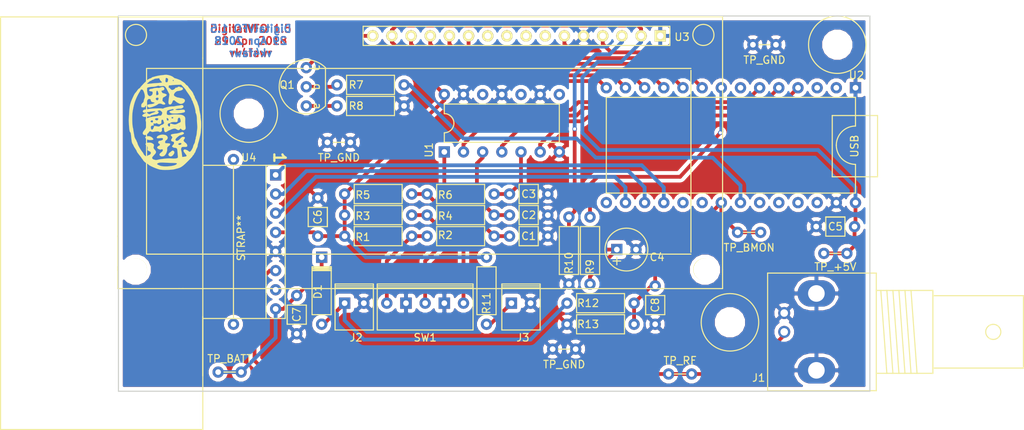
<source format=kicad_pcb>
(kicad_pcb (version 4) (host pcbnew 4.0.7)
  (title_block (title DigitalVFO) (date "26 March 2018") (rev 1.2) (comment 1 "controlling battery power.") (comment 2 "Includes optional battery connection and LED for switch"))
  (layers (0 F.Cu signal) (31 B.Cu signal) (34 B.Paste user) (35 F.Paste user) (36 B.SilkS user) (37 F.SilkS user) (38 B.Mask user) (39 F.Mask user) (44 Edge.Cuts user))
  (net 0 "")
  (net 1 "Net-(C1-Pad1)")
  (net 2 GND)
  (net 3 "Net-(C2-Pad1)")
  (net 4 "Net-(C3-Pad1)")
  (net 5 "Net-(C4-Pad1)")
  (net 6 +5V)
  (net 7 "Net-(D1-Pad2)")
  (net 8 "Net-(J3-Pad1)")
  (net 9 "Net-(Q1-Pad1)")
  (net 10 "Net-(Q1-Pad2)")
  (net 11 "Net-(Q1-Pad3)")
  (net 12 "Net-(R1-Pad2)")
  (net 13 "Net-(R3-Pad2)")
  (net 14 "Net-(R5-Pad2)")
  (net 15 "Net-(R7-Pad2)")
  (net 16 "Net-(R9-Pad2)")
  (net 17 "Net-(U1-Pad2)")
  (net 18 "Net-(U1-Pad4)")
  (net 19 "Net-(U1-Pad6)")
  (net 20 "Net-(U1-Pad8)")
  (net 21 "Net-(U1-Pad10)")
  (net 22 "Net-(U1-Pad12)")
  (net 23 "Net-(U2-Pad9)")
  (net 24 "Net-(U2-Pad10)")
  (net 25 "Net-(U2-Pad11)")
  (net 26 "Net-(U2-Pad12)")
  (net 27 "Net-(U2-Pad13)")
  (net 28 "Net-(U2-Pad14)")
  (net 29 "Net-(U2-Pad16)")
  (net 30 "Net-(U2-Pad17)")
  (net 31 "Net-(U2-Pad18)")
  (net 32 "Net-(U4-Pad7)")
  (net 33 /BMON)
  (net 34 /RF)
  (net 35 /BATT)
  (module DigitalVFO:TestPoint (layer F.Cu) (at 207.01 75.184)
    (fp_text reference TP_GND (at 0 2.032) (layer F.SilkS))
    (fp_text value TestPoint)
    (pad 1 thru_hole circle (at -1.524 0) (size 1.5 1.5) (drill 0.75) (layers *.Cu *.Mask) (net 2 GND))
    (pad 2 thru_hole circle (at 1.524 0) (size 1.5 1.5) (drill 0.75) (layers *.Cu *.Mask) (net 2 GND))
  )
  (module DigitalVFO:TestPoint (layer F.Cu) (at 150.622 88.138)
    (fp_text reference TP_GND (at 0 2.032) (layer F.SilkS))
    (fp_text value TestPoint)
    (pad 1 thru_hole circle (at -1.524 0) (size 1.5 1.5) (drill 0.75) (layers *.Cu *.Mask) (net 2 GND))
    (pad 2 thru_hole circle (at 1.524 0) (size 1.5 1.5) (drill 0.75) (layers *.Cu *.Mask) (net 2 GND))
  )
  (module DigitalVFO:Cap_SmV (layer F.Cu) (at 173.228 100.584)
    (fp_text reference C1 (at 2.54 0) (layer F.SilkS))
    (fp_text value 0.1uF)
    (pad 1 thru_hole circle (at 0 0) (size 1.5 1.5) (drill 0.75) (layers *.Cu *.Mask) (net 1 "Net-(C1-Pad1)"))
    (pad 2 thru_hole circle (at 5.08 0) (size 1.5 1.5) (drill 0.75) (layers *.Cu *.Mask) (net 2 GND))
  )
  (module DigitalVFO:Cap_SmV (layer F.Cu) (at 173.228 97.79)
    (fp_text reference C2 (at 2.54 0) (layer F.SilkS))
    (fp_text value 0.1uF)
    (pad 1 thru_hole circle (at 0 0) (size 1.5 1.5) (drill 0.75) (layers *.Cu *.Mask) (net 3 "Net-(C2-Pad1)"))
    (pad 2 thru_hole circle (at 5.08 0) (size 1.5 1.5) (drill 0.75) (layers *.Cu *.Mask) (net 2 GND))
  )
  (module DigitalVFO:Cap_SmV (layer F.Cu) (at 173.228 94.996)
    (fp_text reference C3 (at 2.54 0) (layer F.SilkS))
    (fp_text value 0.1uF)
    (pad 1 thru_hole circle (at 0 0) (size 1.5 1.5) (drill 0.75) (layers *.Cu *.Mask) (net 4 "Net-(C3-Pad1)"))
    (pad 2 thru_hole circle (at 5.08 0) (size 1.5 1.5) (drill 0.75) (layers *.Cu *.Mask) (net 2 GND))
  )
  (module DigitalVFO:Cap_SmV (layer F.Cu) (at 218.948 99.314 180)
    (fp_text reference C5 (at 2.54 0 180) (layer F.SilkS))
    (fp_text value 0.1uF)
    (pad 1 thru_hole circle (at 0 0 180) (size 1.5 1.5) (drill 0.75) (layers *.Cu *.Mask) (net 6 +5V))
    (pad 2 thru_hole circle (at 5.08 0 180) (size 1.5 1.5) (drill 0.75) (layers *.Cu *.Mask) (net 2 GND))
  )
  (module DigitalVFO:Cap_SmV (layer F.Cu) (at 147.828 100.584 90)
    (fp_text reference C6 (at 2.54 0 90) (layer F.SilkS))
    (fp_text value 0.1uF)
    (pad 1 thru_hole circle (at 0 0 90) (size 1.5 1.5) (drill 0.75) (layers *.Cu *.Mask) (net 6 +5V))
    (pad 2 thru_hole circle (at 5.08 0 90) (size 1.5 1.5) (drill 0.75) (layers *.Cu *.Mask) (net 2 GND))
  )
  (module DigitalVFO:Cap_SmV (layer F.Cu) (at 145.034 108.458 270)
    (fp_text reference C7 (at 2.54 0 270) (layer F.SilkS))
    (fp_text value 0.1uF)
    (pad 1 thru_hole circle (at 0 0 270) (size 1.5 1.5) (drill 0.75) (layers *.Cu *.Mask) (net 35 /BATT))
    (pad 2 thru_hole circle (at 5.08 0 270) (size 1.5 1.5) (drill 0.75) (layers *.Cu *.Mask) (net 2 GND))
  )
  (module DigitalVFO:Diode_SmH (layer F.Cu) (at 148.336 107.95 270)
    (fp_text reference D1 (at 0 0.508 270) (layer F.SilkS))
    (fp_text value 1N4001)
    (pad 1 thru_hole rect (at -4.572 0 270) (size 1.5 1.5) (drill 0.75) (layers *.Cu *.Mask) (net 35 /BATT))
    (pad 2 thru_hole circle (at 4.318 0 270) (size 1.5 1.5) (drill 0.75) (layers *.Cu *.Mask) (net 7 "Net-(D1-Pad2)"))
  )
  (module DigitalVFO:Con_2N222A (layer F.Cu) (at 146.304 80.772 270)
    (fp_text reference Q1 (at -0.254 2.54 360) (layer F.SilkS))
    (fp_text value 2N2222A)
    (fp_text user c (at -2.54 -1.27 270) (layer F.SilkS))
    (fp_text user b (at 0 -1.27 270) (layer F.SilkS))
    (fp_text user e (at 2.54 -1.27 270) (layer F.SilkS))
    (pad 1 thru_hole circle (at 2.54 0 270) (size 1.5 1.5) (drill 0.75) (layers *.Cu *.Mask) (net 9 "Net-(Q1-Pad1)"))
    (pad 2 thru_hole circle (at 0 0 270) (size 1.5 1.5) (drill 0.75) (layers *.Cu *.Mask) (net 10 "Net-(Q1-Pad2)"))
    (pad 3 thru_hole circle (at -2.54 0 270) (size 1.5 1.5) (drill 0.75) (layers *.Cu *.Mask) (net 11 "Net-(Q1-Pad3)"))
  )
  (module DigitalVFO:Res_SmH (layer F.Cu) (at 155.956 100.584)
    (fp_text reference R1 (at -2.159 0.127) (layer F.SilkS))
    (fp_text value 100K)
    (pad 1 thru_hole circle (at -4.572 0) (size 1.5 1.5) (drill 0.75) (layers *.Cu *.Mask) (net 6 +5V))
    (pad 2 thru_hole circle (at 4.318 0) (size 1.5 1.5) (drill 0.75) (layers *.Cu *.Mask) (net 12 "Net-(R1-Pad2)"))
  )
  (module DigitalVFO:Res_SmH (layer F.Cu) (at 166.878 100.584)
    (fp_text reference R2 (at -2.159 -0.127) (layer F.SilkS))
    (fp_text value 10K)
    (pad 1 thru_hole circle (at -4.572 0) (size 1.5 1.5) (drill 0.75) (layers *.Cu *.Mask) (net 12 "Net-(R1-Pad2)"))
    (pad 2 thru_hole circle (at 4.318 0) (size 1.5 1.5) (drill 0.75) (layers *.Cu *.Mask) (net 1 "Net-(C1-Pad1)"))
  )
  (module DigitalVFO:Res_SmH (layer F.Cu) (at 155.956 97.79)
    (fp_text reference R3 (at -2.159 0.127) (layer F.SilkS))
    (fp_text value 100K)
    (pad 1 thru_hole circle (at -4.572 0) (size 1.5 1.5) (drill 0.75) (layers *.Cu *.Mask) (net 6 +5V))
    (pad 2 thru_hole circle (at 4.318 0) (size 1.5 1.5) (drill 0.75) (layers *.Cu *.Mask) (net 13 "Net-(R3-Pad2)"))
  )
  (module DigitalVFO:Res_SmH (layer F.Cu) (at 166.878 97.79)
    (fp_text reference R4 (at -2.159 0.127) (layer F.SilkS))
    (fp_text value 10K)
    (pad 1 thru_hole circle (at -4.572 0) (size 1.5 1.5) (drill 0.75) (layers *.Cu *.Mask) (net 13 "Net-(R3-Pad2)"))
    (pad 2 thru_hole circle (at 4.318 0) (size 1.5 1.5) (drill 0.75) (layers *.Cu *.Mask) (net 3 "Net-(C2-Pad1)"))
  )
  (module DigitalVFO:Res_SmH (layer F.Cu) (at 155.956 94.996)
    (fp_text reference R5 (at -2.159 0.127) (layer F.SilkS))
    (fp_text value 100K)
    (pad 1 thru_hole circle (at -4.572 0) (size 1.5 1.5) (drill 0.75) (layers *.Cu *.Mask) (net 6 +5V))
    (pad 2 thru_hole circle (at 4.318 0) (size 1.5 1.5) (drill 0.75) (layers *.Cu *.Mask) (net 14 "Net-(R5-Pad2)"))
  )
  (module DigitalVFO:Res_SmH (layer F.Cu) (at 166.878 94.996)
    (fp_text reference R6 (at -2.159 0.127) (layer F.SilkS))
    (fp_text value 10K)
    (pad 1 thru_hole circle (at -4.572 0) (size 1.5 1.5) (drill 0.75) (layers *.Cu *.Mask) (net 14 "Net-(R5-Pad2)"))
    (pad 2 thru_hole circle (at 4.318 0) (size 1.5 1.5) (drill 0.75) (layers *.Cu *.Mask) (net 4 "Net-(C3-Pad1)"))
  )
  (module DigitalVFO:Res_SmH (layer F.Cu) (at 154.94 80.518)
    (fp_text reference R7 (at -2.032 0) (layer F.SilkS))
    (fp_text value 15K)
    (pad 1 thru_hole circle (at -4.572 0) (size 1.5 1.5) (drill 0.75) (layers *.Cu *.Mask) (net 10 "Net-(Q1-Pad2)"))
    (pad 2 thru_hole circle (at 4.318 0) (size 1.5 1.5) (drill 0.75) (layers *.Cu *.Mask) (net 15 "Net-(R7-Pad2)"))
  )
  (module DigitalVFO:Res_SmH (layer F.Cu) (at 154.94 83.312)
    (fp_text reference R8 (at -2.032 0) (layer F.SilkS))
    (fp_text value 10R)
    (pad 1 thru_hole circle (at -4.572 0) (size 1.5 1.5) (drill 0.75) (layers *.Cu *.Mask) (net 9 "Net-(Q1-Pad1)"))
    (pad 2 thru_hole circle (at 4.318 0) (size 1.5 1.5) (drill 0.75) (layers *.Cu *.Mask) (net 2 GND))
  )
  (module DigitalVFO:Res_SmH (layer F.Cu) (at 183.896 102.362 90)
    (fp_text reference R9 (at -2.286 0 90) (layer F.SilkS))
    (fp_text value 1K)
    (pad 1 thru_hole circle (at -4.572 0 90) (size 1.5 1.5) (drill 0.75) (layers *.Cu *.Mask) (net 5 "Net-(C4-Pad1)"))
    (pad 2 thru_hole circle (at 4.318 0 90) (size 1.5 1.5) (drill 0.75) (layers *.Cu *.Mask) (net 16 "Net-(R9-Pad2)"))
  )
  (module DigitalVFO:Res_SmH (layer F.Cu) (at 181.102 102.616 270)
    (fp_text reference R10 (at 1.524 0 270) (layer F.SilkS))
    (fp_text value 1K)
    (pad 1 thru_hole circle (at -4.572 0 270) (size 1.5 1.5) (drill 0.75) (layers *.Cu *.Mask) (net 5 "Net-(C4-Pad1)"))
    (pad 2 thru_hole circle (at 4.318 0 270) (size 1.5 1.5) (drill 0.75) (layers *.Cu *.Mask) (net 2 GND))
  )
  (module DigitalVFO:Res_SmH (layer F.Cu) (at 170.18 107.95 270)
    (fp_text reference R11 (at 1.524 0 270) (layer F.SilkS))
    (fp_text value 0R0)
    (pad 1 thru_hole circle (at -4.572 0 270) (size 1.5 1.5) (drill 0.75) (layers *.Cu *.Mask) (net 6 +5V))
    (pad 2 thru_hole circle (at 4.318 0 270) (size 1.5 1.5) (drill 0.75) (layers *.Cu *.Mask) (net 8 "Net-(J3-Pad1)"))
  )
  (module DigitalVFO:Conn_DIP14n (layer F.Cu) (at 172.212 85.598 90)
    (fp_text reference U1 (at -3.556 -9.652 90) (layer F.SilkS))
    (fp_text value 74HC14)
    (pad 1 thru_hole rect (at -3.81 -7.62 90) (size 1.5 1.5) (drill 0.75) (layers *.Cu *.Mask) (net 1 "Net-(C1-Pad1)"))
    (pad 2 thru_hole circle (at -3.81 -5.08 90) (size 1.5 1.5) (drill 0.75) (layers *.Cu *.Mask) (net 17 "Net-(U1-Pad2)"))
    (pad 3 thru_hole circle (at -3.81 -2.54 90) (size 1.5 1.5) (drill 0.75) (layers *.Cu *.Mask) (net 3 "Net-(C2-Pad1)"))
    (pad 4 thru_hole circle (at -3.81 0 90) (size 1.5 1.5) (drill 0.75) (layers *.Cu *.Mask) (net 18 "Net-(U1-Pad4)"))
    (pad 5 thru_hole circle (at -3.81 2.54 90) (size 1.5 1.5) (drill 0.75) (layers *.Cu *.Mask) (net 4 "Net-(C3-Pad1)"))
    (pad 6 thru_hole circle (at -3.81 5.08 90) (size 1.5 1.5) (drill 0.75) (layers *.Cu *.Mask) (net 19 "Net-(U1-Pad6)"))
    (pad 7 thru_hole circle (at -3.81 7.62 90) (size 1.5 1.5) (drill 0.75) (layers *.Cu *.Mask) (net 2 GND))
    (pad 8 thru_hole circle (at 3.81 7.62 90) (size 1.5 1.5) (drill 0.75) (layers *.Cu *.Mask) (net 20 "Net-(U1-Pad8)"))
    (pad 9 thru_hole circle (at 3.81 5.08 90) (size 1.5 1.5) (drill 0.75) (layers *.Cu *.Mask) (net 2 GND))
    (pad 10 thru_hole circle (at 3.81 2.54 90) (size 1.5 1.5) (drill 0.75) (layers *.Cu *.Mask) (net 21 "Net-(U1-Pad10)"))
    (pad 11 thru_hole circle (at 3.81 0 90) (size 1.5 1.5) (drill 0.75) (layers *.Cu *.Mask) (net 2 GND))
    (pad 12 thru_hole circle (at 3.81 -2.54 90) (size 1.5 1.5) (drill 0.75) (layers *.Cu *.Mask) (net 22 "Net-(U1-Pad12)"))
    (pad 13 thru_hole circle (at 3.81 -5.08 90) (size 1.5 1.5) (drill 0.75) (layers *.Cu *.Mask) (net 2 GND))
    (pad 14 thru_hole circle (at 3.81 -7.62 90) (size 1.5 1.5) (drill 0.75) (layers *.Cu *.Mask) (net 6 +5V))
  )
  (module DigitalVFO:Conn_DDS8 (layer F.Cu) (at 142.24 101.346 180)
    (fp_text reference U4 (at 3.556 11.176 360) (layer F.SilkS))
    (fp_text value DDS-60)
    (pad 8 thru_hole circle (at 0 -8.89 180) (size 1.5 1.5) (drill 0.75) (layers *.Cu *.Mask) (net 35 /BATT))
    (pad 7 thru_hole circle (at 0 -6.35 180) (size 1.5 1.5) (drill 0.75) (layers *.Cu *.Mask) (net 32 "Net-(U4-Pad7)"))
    (pad 6 thru_hole circle (at 0 -3.81 180) (size 1.5 1.5) (drill 0.75) (layers *.Cu *.Mask) (net 34 /RF))
    (pad 5 thru_hole circle (at 0 -1.27 180) (size 1.5 1.5) (drill 0.75) (layers *.Cu *.Mask) (net 2 GND))
    (pad 4 thru_hole circle (at 0 1.27 180) (size 1.5 1.5) (drill 0.75) (layers *.Cu *.Mask) (net 6 +5V))
    (pad 3 thru_hole circle (at 0 3.81 180) (size 1.5 1.5) (drill 0.75) (layers *.Cu *.Mask) (net 29 "Net-(U2-Pad16)"))
    (pad 2 thru_hole circle (at 0 6.35 180) (size 1.5 1.5) (drill 0.75) (layers *.Cu *.Mask) (net 30 "Net-(U2-Pad17)"))
    (pad 1 thru_hole rect (at 0 8.89 180) (size 1.5 1.5) (drill 0.75) (layers *.Cu *.Mask) (net 31 "Net-(U2-Pad18)"))
  )
  (module DigitalVFO:logo (layer F.Cu) (at 127.762 85.598)
    (fp_text reference G*** hide)
    (fp_text value LOGO hide)
  )
  (module DigitalVFO:Conn_Mount (layer F.Cu) (at 216.662 75.184)
    (fp_text reference REF** hide)
    (fp_text value Conn_Mount hide)
    (pad "" np_thru_hole circle (at 0 0) (size 3 3) (drill 3) (layers *.Cu *.Mask))
  )
  (module DigitalVFO:Conn_Mount (layer F.Cu) (at 138.684 84.328)
    (fp_text reference REF** hide)
    (fp_text value Conn_Mount hide)
    (pad "" np_thru_hole circle (at 0 0) (size 3 3) (drill 3) (layers *.Cu *.Mask))
  )
  (module DigitalVFO:Conn_Mount (layer F.Cu) (at 202.438 112.014)
    (fp_text reference REF** hide)
    (fp_text value Conn_Mount hide)
    (pad "" np_thru_hole circle (at 0 0) (size 3 3) (drill 3) (layers *.Cu *.Mask))
  )
  (module DigitalVFO:Symbol_CC-Noncommercial_CopperTop_Small (layer F.Cu) (at 128.524 74.676)
    (fp_text reference REF** hide)
    (fp_text value Symbol_CC-Noncommercial_CopperTop_Small)
    (fp_line (start 0 1.30048) (end 0 1.80086) (layer F.Cu) (width 0.381))
    (fp_line (start 0 1.80086) (end 0 1.69926) (layer F.Cu) (width 0.381))
    (fp_line (start 0 -1.50114) (end 0 -1.80086) (layer F.Cu) (width 0.381))
    (fp_line (start -2.4003 -0.8001) (end 2.19964 0.89916) (layer F.Cu) (width 0.381))
    (fp_line (start -2.30124 -0.89916) (end 2.4003 0.8001) (layer F.Cu) (width 0.381))
    (fp_line (start 0.89916 -1.19888) (end 0.8001 -1.30048) (layer F.Cu) (width 0.381))
    (fp_line (start 0.8001 -1.30048) (end 0.39878 -1.39954) (layer F.Cu) (width 0.381))
    (fp_line (start 0.39878 -1.39954) (end -0.29972 -1.39954) (layer F.Cu) (width 0.381))
    (fp_line (start -0.29972 -1.39954) (end -0.50038 -1.30048) (layer F.Cu) (width 0.381))
    (fp_line (start -0.50038 -1.30048) (end -0.70104 -1.09982) (layer F.Cu) (width 0.381))
    (fp_line (start -0.70104 -1.09982) (end -0.8001 -0.89916) (layer F.Cu) (width 0.381))
    (fp_line (start -0.8001 -0.89916) (end -0.8001 -0.59944) (layer F.Cu) (width 0.381))
    (fp_line (start -0.8001 -0.59944) (end -0.70104 -0.29972) (layer F.Cu) (width 0.381))
    (fp_line (start -0.70104 -0.29972) (end -0.50038 -0.09906) (layer F.Cu) (width 0.381))
    (fp_line (start -0.50038 -0.09906) (end 0.29972 0.20066) (layer F.Cu) (width 0.381))
    (fp_line (start 0.29972 0.20066) (end 0.59944 0.39878) (layer F.Cu) (width 0.381))
    (fp_line (start 0.59944 0.39878) (end 0.59944 0.8001) (layer F.Cu) (width 0.381))
    (fp_line (start 0.59944 0.8001) (end 0.29972 1.00076) (layer F.Cu) (width 0.381))
    (fp_line (start 0.29972 1.00076) (end -0.20066 1.09982) (layer F.Cu) (width 0.381))
    (fp_line (start -0.20066 1.09982) (end -0.70104 1.00076) (layer F.Cu) (width 0.381))
    (fp_line (start -0.70104 1.00076) (end -0.8001 1.00076) (layer F.Cu) (width 0.381))
    (fp_line (start -0.8001 1.00076) (end -0.8001 1.19888) (layer F.Cu) (width 0.381))
    (fp_line (start -0.8001 1.19888) (end -0.50038 1.30048) (layer F.Cu) (width 0.381))
    (fp_line (start -0.50038 1.30048) (end 0.20066 1.30048) (layer F.Cu) (width 0.381))
    (fp_line (start 0.20066 1.30048) (end 0.50038 1.19888) (layer F.Cu) (width 0.381))
    (fp_line (start 0.50038 1.19888) (end 0.70104 1.00076) (layer F.Cu) (width 0.381))
    (fp_line (start 0.70104 1.00076) (end 0.8001 0.8001) (layer F.Cu) (width 0.381))
    (fp_line (start 0.8001 0.8001) (end 0.8001 0.50038) (layer F.Cu) (width 0.381))
    (fp_line (start 0.8001 0.50038) (end 0.70104 0.20066) (layer F.Cu) (width 0.381))
    (fp_line (start 0.70104 0.20066) (end 0.29972 -0.09906) (layer F.Cu) (width 0.381))
    (fp_line (start 0.29972 -0.09906) (end -0.29972 -0.20066) (layer F.Cu) (width 0.381))
    (fp_line (start -0.29972 -0.20066) (end -0.50038 -0.39878) (layer F.Cu) (width 0.381))
    (fp_line (start -0.50038 -0.39878) (end -0.59944 -0.70104) (layer F.Cu) (width 0.381))
    (fp_line (start -0.59944 -0.70104) (end -0.50038 -0.89916) (layer F.Cu) (width 0.381))
    (fp_line (start -0.50038 -0.89916) (end -0.29972 -1.09982) (layer F.Cu) (width 0.381))
    (fp_line (start -0.29972 -1.09982) (end 0.09906 -1.19888) (layer F.Cu) (width 0.381))
    (fp_line (start 0.09906 -1.19888) (end 0.39878 -1.09982) (layer F.Cu) (width 0.381))
    (fp_line (start 0.39878 -1.09982) (end 0.70104 -1.00076) (layer F.Cu) (width 0.381))
    (fp_line (start 0.70104 -1.00076) (end 0.89916 -1.19888) (layer F.Cu) (width 0.381))
    (fp_line (start 0 -2.49936) (end -0.09906 -2.49936) (layer F.Cu) (width 0.381))
    (fp_line (start -0.09906 -2.49936) (end -0.70104 -2.4003) (layer F.Cu) (width 0.381))
    (fp_line (start -0.70104 -2.4003) (end -1.19888 -2.19964) (layer F.Cu) (width 0.381))
    (fp_line (start -1.19888 -2.19964) (end -1.69926 -1.80086) (layer F.Cu) (width 0.381))
    (fp_line (start -1.69926 -1.80086) (end -2.19964 -1.19888) (layer F.Cu) (width 0.381))
    (fp_line (start -2.19964 -1.19888) (end -2.4003 -0.8001) (layer F.Cu) (width 0.381))
    (fp_line (start -2.4003 -0.8001) (end -2.49936 -0.29972) (layer F.Cu) (width 0.381))
    (fp_line (start -2.49936 -0.29972) (end -2.49936 0.29972) (layer F.Cu) (width 0.381))
    (fp_line (start -2.49936 0.29972) (end -2.30124 1.09982) (layer F.Cu) (width 0.381))
    (fp_line (start -2.30124 1.09982) (end -1.69926 1.80086) (layer F.Cu) (width 0.381))
    (fp_line (start -1.69926 1.80086) (end -1.19888 2.19964) (layer F.Cu) (width 0.381))
    (fp_line (start -1.19888 2.19964) (end -0.50038 2.49936) (layer F.Cu) (width 0.381))
    (fp_line (start -0.50038 2.49936) (end 0.29972 2.49936) (layer F.Cu) (width 0.381))
    (fp_line (start 0.29972 2.49936) (end 0.89916 2.30124) (layer F.Cu) (width 0.381))
    (fp_line (start 0.89916 2.30124) (end 1.50114 1.99898) (layer F.Cu) (width 0.381))
    (fp_line (start 1.50114 1.99898) (end 1.99898 1.50114) (layer F.Cu) (width 0.381))
    (fp_line (start 1.99898 1.50114) (end 2.4003 0.8001) (layer F.Cu) (width 0.381))
    (fp_line (start 2.4003 0.8001) (end 2.49936 0.20066) (layer F.Cu) (width 0.381))
    (fp_line (start 2.49936 0.20066) (end 2.49936 -0.39878) (layer F.Cu) (width 0.381))
    (fp_line (start 2.49936 -0.39878) (end 2.30124 -1.00076) (layer F.Cu) (width 0.381))
    (fp_line (start 2.30124 -1.00076) (end 1.99898 -1.50114) (layer F.Cu) (width 0.381))
    (fp_line (start 1.99898 -1.50114) (end 1.50114 -1.99898) (layer F.Cu) (width 0.381))
    (fp_line (start 1.50114 -1.99898) (end 1.00076 -2.30124) (layer F.Cu) (width 0.381))
    (fp_line (start 1.00076 -2.30124) (end 0.59944 -2.4003) (layer F.Cu) (width 0.381))
    (fp_line (start 0.59944 -2.4003) (end 0 -2.49936) (layer F.Cu) (width 0.381))
  )
  (module DigitalVFO:Conn_CElec_v (layer F.Cu) (at 187.452 102.362)
    (fp_text reference C4 (at 5.334 1.016) (layer F.SilkS))
    (fp_text value 100uF)
    (pad 1 thru_hole rect (at 0 0) (size 1.5 1.5) (drill 0.75) (layers *.Cu *.Mask) (net 5 "Net-(C4-Pad1)"))
    (pad 2 thru_hole circle (at 2.54 0) (size 1.5 1.5) (drill 0.75) (layers *.Cu *.Mask) (net 2 GND))
  )
  (module DigitalVFO:Conn_DIP28w (layer F.Cu) (at 201.676 88.646 180)
    (fp_text reference U2 (at -17.526 9.398 360) (layer F.SilkS))
    (fp_text value Teensy3.2)
    (fp_text user USB (at -17.272 0 270) (layer F.SilkS))
    (pad 1 thru_hole rect (at -17.399 7.747 270) (size 1.5 1.5) (drill 0.75) (layers *.Cu *.Mask) (net 2 GND))
    (pad 2 thru_hole circle (at -14.859 7.747 270) (size 1.5 1.5) (drill 0.75) (layers *.Cu *.Mask))
    (pad 3 thru_hole circle (at -12.319 7.747 270) (size 1.5 1.5) (drill 0.75) (layers *.Cu *.Mask))
    (pad 4 thru_hole circle (at -9.779 7.747 270) (size 1.5 1.5) (drill 0.75) (layers *.Cu *.Mask) (net 19 "Net-(U1-Pad6)"))
    (pad 5 thru_hole circle (at -7.239 7.747 270) (size 1.5 1.5) (drill 0.75) (layers *.Cu *.Mask) (net 18 "Net-(U1-Pad4)"))
    (pad 6 thru_hole circle (at -4.699 7.747 270) (size 1.5 1.5) (drill 0.75) (layers *.Cu *.Mask) (net 17 "Net-(U1-Pad2)"))
    (pad 7 thru_hole circle (at -2.159 7.747 270) (size 1.5 1.5) (drill 0.75) (layers *.Cu *.Mask))
    (pad 8 thru_hole circle (at 0.381 7.747 270) (size 1.5 1.5) (drill 0.75) (layers *.Cu *.Mask) (net 16 "Net-(R9-Pad2)"))
    (pad 9 thru_hole circle (at 2.921 7.747 270) (size 1.5 1.5) (drill 0.75) (layers *.Cu *.Mask) (net 23 "Net-(U2-Pad9)"))
    (pad 10 thru_hole circle (at 5.461 7.747 270) (size 1.5 1.5) (drill 0.75) (layers *.Cu *.Mask) (net 24 "Net-(U2-Pad10)"))
    (pad 11 thru_hole circle (at 8.001 7.747 270) (size 1.5 1.5) (drill 0.75) (layers *.Cu *.Mask) (net 25 "Net-(U2-Pad11)"))
    (pad 12 thru_hole circle (at 10.541 7.747 270) (size 1.5 1.5) (drill 0.75) (layers *.Cu *.Mask) (net 26 "Net-(U2-Pad12)"))
    (pad 13 thru_hole circle (at 13.081 7.747 270) (size 1.5 1.5) (drill 0.75) (layers *.Cu *.Mask) (net 27 "Net-(U2-Pad13)"))
    (pad 14 thru_hole circle (at 15.621 7.747 270) (size 1.5 1.5) (drill 0.75) (layers *.Cu *.Mask) (net 28 "Net-(U2-Pad14)"))
    (pad 15 thru_hole circle (at 15.621 -7.493 270) (size 1.5 1.5) (drill 0.75) (layers *.Cu *.Mask))
    (pad 16 thru_hole circle (at 13.081 -7.493 270) (size 1.5 1.5) (drill 0.75) (layers *.Cu *.Mask) (net 29 "Net-(U2-Pad16)"))
    (pad 17 thru_hole circle (at 10.541 -7.493 270) (size 1.5 1.5) (drill 0.75) (layers *.Cu *.Mask) (net 30 "Net-(U2-Pad17)"))
    (pad 18 thru_hole circle (at 8.001 -7.493 270) (size 1.5 1.5) (drill 0.75) (layers *.Cu *.Mask) (net 31 "Net-(U2-Pad18)"))
    (pad 19 thru_hole circle (at 5.461 -7.493 270) (size 1.5 1.5) (drill 0.75) (layers *.Cu *.Mask))
    (pad 20 thru_hole circle (at 2.921 -7.493 270) (size 1.5 1.5) (drill 0.75) (layers *.Cu *.Mask))
    (pad 21 thru_hole circle (at 0.381 -7.493 270) (size 1.5 1.5) (drill 0.75) (layers *.Cu *.Mask) (net 33 /BMON))
    (pad 22 thru_hole circle (at -2.159 -7.493 270) (size 1.5 1.5) (drill 0.75) (layers *.Cu *.Mask) (net 15 "Net-(R7-Pad2)"))
    (pad 23 thru_hole circle (at -4.699 -7.493 270) (size 1.5 1.5) (drill 0.75) (layers *.Cu *.Mask))
    (pad 24 thru_hole circle (at -7.239 -7.493 270) (size 1.5 1.5) (drill 0.75) (layers *.Cu *.Mask))
    (pad 25 thru_hole circle (at -9.779 -7.493 270) (size 1.5 1.5) (drill 0.75) (layers *.Cu *.Mask))
    (pad 26 thru_hole circle (at -12.319 -7.493 270) (size 1.5 1.5) (drill 0.75) (layers *.Cu *.Mask))
    (pad 27 thru_hole circle (at -14.859 -7.493 270) (size 1.5 1.5) (drill 0.75) (layers *.Cu *.Mask) (net 2 GND))
    (pad 28 thru_hole circle (at -17.399 -7.493 270) (size 1.5 1.5) (drill 0.75) (layers *.Cu *.Mask) (net 6 +5V))
  )
  (module DigitalVFO:Strap_22 (layer F.Cu) (at 136.652 101.346 90)
    (fp_text reference STRAP** (at 0.508 1.016 90) (layer F.SilkS))
    (fp_text value Strap_22)
    (pad 1 thru_hole circle (at -10.922 0 90) (size 1.5 1.5) (drill 0.75) (layers *.Cu *.Mask))
    (pad 2 thru_hole circle (at 10.922 0 90) (size 1.5 1.5) (drill 0.75) (layers *.Cu *.Mask))
  )
  (module DigitalVFO:BNC_Socket_TYCO-AMP (layer F.Cu) (at 214.63 113.284 270)
    (fp_text reference J1 (at 6.096 8.382 360) (layer F.SilkS))
    (fp_text value "RF Out")
    (pad 2 thru_hole oval (at -5.09778 0.7366 270) (size 3.50012 5.00126) (drill 2.19964) (layers *.Cu *.Mask) (net 2 GND))
    (pad 2 thru_hole oval (at 5.10032 0.7366 270) (size 3.50012 5.00126) (drill 2.19964) (layers *.Cu *.Mask) (net 2 GND))
    (pad 1 thru_hole circle (at 0 5.00126 270) (size 1.6002 1.6002) (drill 1.00076) (layers *.Cu *.Mask) (net 34 /RF))
    (pad 2 thru_hole circle (at -2.49936 5.00126 270) (size 1.6002 1.6002) (drill 1.00076) (layers *.Cu *.Mask) (net 2 GND))
  )
  (module DigitalVFO:Conn_Power_2 (layer F.Cu) (at 152.654 109.474)
    (fp_text reference J2 (at 0.254 4.572) (layer F.SilkS))
    (fp_text value Battery)
    (pad 1 thru_hole rect (at -1.27 0 180) (size 1.5 1.5) (drill 0.75) (layers *.Cu *.Mask) (net 7 "Net-(D1-Pad2)"))
    (pad 2 thru_hole circle (at 1.27 0 180) (size 1.524 1.524) (drill 0.762) (layers *.Cu *.Mask) (net 2 GND))
  )
  (module DigitalVFO:Conn_Power_2 (layer F.Cu) (at 174.752 109.474)
    (fp_text reference J3 (at 0.254 4.572) (layer F.SilkS))
    (fp_text value SW_LED)
    (pad 1 thru_hole rect (at -1.27 0 180) (size 1.5 1.5) (drill 0.75) (layers *.Cu *.Mask) (net 8 "Net-(J3-Pad1)"))
    (pad 2 thru_hole circle (at 1.27 0 180) (size 1.524 1.524) (drill 0.762) (layers *.Cu *.Mask) (net 2 GND))
  )
  (module DigitalVFO:Conn_RE_Switch (layer F.Cu) (at 162.052 109.474)
    (fp_text reference SW1 (at 0 4.572) (layer F.SilkS))
    (fp_text value Rotary_Encoder)
    (pad 5 thru_hole circle (at -5.08 0 90) (size 1.5 1.5) (drill 0.75) (layers *.Cu *.Mask) (net 12 "Net-(R1-Pad2)"))
    (pad 4 thru_hole rect (at -2.54 0 90) (size 1.5 1.524) (drill 0.75) (layers *.Cu *.Mask) (net 2 GND))
    (pad 1 thru_hole circle (at 5.08 0 90) (size 1.5 1.5) (drill 0.75) (layers *.Cu *.Mask) (net 14 "Net-(R5-Pad2)"))
    (pad 2 thru_hole rect (at 2.54 0 90) (size 1.5 1.524) (drill 0.75) (layers *.Cu *.Mask) (net 2 GND))
    (pad 3 thru_hole circle (at 0 0 90) (size 1.5 1.5) (drill 0.75) (layers *.Cu *.Mask) (net 13 "Net-(R3-Pad2)"))
  )
  (module DigitalVFO:Cap_SmV (layer F.Cu) (at 192.532 107.188 270)
    (fp_text reference C8 (at 2.54 0 270) (layer F.SilkS))
    (fp_text value 0.1uF)
    (pad 1 thru_hole circle (at 0 0 270) (size 1.5 1.5) (drill 0.75) (layers *.Cu *.Mask) (net 33 /BMON))
    (pad 2 thru_hole circle (at 5.08 0 270) (size 1.5 1.5) (drill 0.75) (layers *.Cu *.Mask) (net 2 GND))
  )
  (module DigitalVFO:Res_SmH (layer F.Cu) (at 185.42 109.474)
    (fp_text reference R12 (at -1.778 0) (layer F.SilkS))
    (fp_text value 22K)
    (pad 1 thru_hole circle (at -4.572 0) (size 1.5 1.5) (drill 0.75) (layers *.Cu *.Mask) (net 7 "Net-(D1-Pad2)"))
    (pad 2 thru_hole circle (at 4.318 0) (size 1.5 1.5) (drill 0.75) (layers *.Cu *.Mask) (net 33 /BMON))
  )
  (module DigitalVFO:Res_SmH (layer F.Cu) (at 185.166 112.268 180)
    (fp_text reference R13 (at 1.524 0 180) (layer F.SilkS))
    (fp_text value 10K)
    (pad 1 thru_hole circle (at -4.572 0 180) (size 1.5 1.5) (drill 0.75) (layers *.Cu *.Mask) (net 33 /BMON))
    (pad 2 thru_hole circle (at 4.318 0 180) (size 1.5 1.5) (drill 0.75) (layers *.Cu *.Mask) (net 2 GND))
  )
  (module DigitalVFO:Conn_LCD16 (layer F.Cu) (at 148.5011 105.0036)
    (fp_text reference U3 (at 47.5869 -30.8356) (layer F.SilkS))
    (fp_text value LCD1602A)
    (pad 1 thru_hole rect (at 44.704 -30.988 180) (size 1.5 1.5) (drill 0.85) (layers *.Cu *.Mask F.SilkS) (net 2 GND))
    (pad 2 thru_hole circle (at 42.164 -30.988 180) (size 1.5 1.5) (drill 0.85) (layers *.Cu *.Mask F.SilkS) (net 6 +5V))
    (pad 3 thru_hole circle (at 39.624 -30.988 180) (size 1.5 1.5) (drill 0.85) (layers *.Cu *.Mask F.SilkS) (net 5 "Net-(C4-Pad1)"))
    (pad 4 thru_hole circle (at 37.084 -30.988 180) (size 1.5 1.5) (drill 0.85) (layers *.Cu *.Mask F.SilkS) (net 23 "Net-(U2-Pad9)"))
    (pad 5 thru_hole circle (at 34.544 -30.988 180) (size 1.5 1.5) (drill 0.85) (layers *.Cu *.Mask F.SilkS) (net 2 GND))
    (pad 6 thru_hole circle (at 32.004 -30.988 180) (size 1.5 1.5) (drill 0.85) (layers *.Cu *.Mask F.SilkS) (net 24 "Net-(U2-Pad10)"))
    (pad 7 thru_hole circle (at 29.464 -30.988 180) (size 1.5 1.5) (drill 0.85) (layers *.Cu *.Mask F.SilkS))
    (pad 8 thru_hole circle (at 26.924 -30.988 180) (size 1.5 1.5) (drill 0.85) (layers *.Cu *.Mask F.SilkS))
    (pad 9 thru_hole circle (at 24.384 -30.988 180) (size 1.5 1.5) (drill 0.85) (layers *.Cu *.Mask F.SilkS))
    (pad 10 thru_hole circle (at 21.844 -30.988 180) (size 1.5 1.5) (drill 0.85) (layers *.Cu *.Mask F.SilkS))
    (pad 11 thru_hole circle (at 19.304 -30.988 180) (size 1.5 1.5) (drill 0.85) (layers *.Cu *.Mask F.SilkS) (net 25 "Net-(U2-Pad11)"))
    (pad 12 thru_hole circle (at 16.764 -30.988 180) (size 1.5 1.5) (drill 0.85) (layers *.Cu *.Mask F.SilkS) (net 26 "Net-(U2-Pad12)"))
    (pad 13 thru_hole circle (at 14.224 -30.988 180) (size 1.5 1.5) (drill 0.85) (layers *.Cu *.Mask F.SilkS) (net 27 "Net-(U2-Pad13)"))
    (pad 14 thru_hole circle (at 11.684 -30.988 180) (size 1.5 1.5) (drill 0.85) (layers *.Cu *.Mask F.SilkS) (net 28 "Net-(U2-Pad14)"))
    (pad 15 thru_hole circle (at 9.144 -30.988 180) (size 1.5 1.5) (drill 0.85) (layers *.Cu *.Mask F.SilkS) (net 6 +5V))
    (pad 16 thru_hole circle (at 6.604 -30.988 180) (size 1.5 1.5) (drill 0.85) (layers *.Cu *.Mask F.SilkS) (net 11 "Net-(Q1-Pad3)"))
  )
  (module DigitalVFO:TestPoint (layer F.Cu) (at 195.834 118.872)
    (fp_text reference TP_RF (at 0 -1.778) (layer F.SilkS))
    (fp_text value TestPoint)
    (pad 1 thru_hole circle (at -1.524 0) (size 1.5 1.5) (drill 0.75) (layers *.Cu *.Mask) (net 34 /RF))
    (pad 2 thru_hole circle (at 1.524 0) (size 1.5 1.5) (drill 0.75) (layers *.Cu *.Mask) (net 34 /RF))
  )
  (module DigitalVFO:TestPoint (layer F.Cu) (at 180.467 115.57)
    (fp_text reference TP_GND (at 0 2.032) (layer F.SilkS))
    (fp_text value TestPoint)
    (pad 1 thru_hole circle (at -1.524 0) (size 1.5 1.5) (drill 0.75) (layers *.Cu *.Mask) (net 2 GND))
    (pad 2 thru_hole circle (at 1.524 0) (size 1.5 1.5) (drill 0.75) (layers *.Cu *.Mask) (net 2 GND))
  )
  (module DigitalVFO:TestPoint (layer F.Cu) (at 216.408 102.87)
    (fp_text reference TP_+5V (at 0 1.778) (layer F.SilkS))
    (fp_text value TestPoint)
    (pad 1 thru_hole circle (at -1.524 0) (size 1.5 1.5) (drill 0.75) (layers *.Cu *.Mask) (net 6 +5V))
    (pad 2 thru_hole circle (at 1.524 0) (size 1.5 1.5) (drill 0.75) (layers *.Cu *.Mask) (net 6 +5V))
  )
  (module DigitalVFO:TestPoint (layer F.Cu) (at 204.978 100.076)
    (fp_text reference TP_BMON (at 0 2.032) (layer F.SilkS))
    (fp_text value TestPoint)
    (pad 1 thru_hole circle (at -1.524 0) (size 1.5 1.5) (drill 0.75) (layers *.Cu *.Mask) (net 33 /BMON))
    (pad 2 thru_hole circle (at 1.524 0) (size 1.5 1.5) (drill 0.75) (layers *.Cu *.Mask) (net 33 /BMON))
  )
  (module DigitalVFO:TestPoint (layer F.Cu) (at 136.144 118.618)
    (fp_text reference TP_BATT (at 0 -1.778) (layer F.SilkS))
    (fp_text value TestPoint)
    (pad 1 thru_hole circle (at -1.524 0) (size 1.5 1.5) (drill 0.75) (layers *.Cu *.Mask) (net 35 /BATT))
    (pad 2 thru_hole circle (at 1.524 0) (size 1.5 1.5) (drill 0.75) (layers *.Cu *.Mask) (net 35 /BATT))
  )
  (module DigitalVFO:MountHole_M3 (layer F.Cu) (at 199.136 105.029)
    (fp_text reference REF** hide)
    (fp_text value MountHole_M3 hide)
    (pad "" np_thru_hole circle (at 0 0) (size 3 3) (drill 3) (layers *.Cu *.Mask))
  )
  (module DigitalVFO:MountHole_M3 (layer F.Cu) (at 123.698 105.029)
    (fp_text reference REF** hide)
    (fp_text value MountHole_M3 hide)
    (pad "" np_thru_hole circle (at 0 0) (size 3 3) (drill 3) (layers *.Cu *.Mask))
  )
  (gr_line (start 121.412 121.158) (end 121.412 71.374) (angle 90) (layer Edge.Cuts) (width 0.15))
  (gr_line (start 220.98 121.158) (end 121.412 121.158) (angle 90) (layer Edge.Cuts) (width 0.15))
  (gr_line (start 220.98 71.374) (end 220.98 121.158) (angle 90) (layer Edge.Cuts) (width 0.15))
  (gr_line (start 121.412 71.374) (end 220.98 71.374) (angle 90) (layer Edge.Cuts) (width 0.15))
  (gr_text 1 (at 142.748 90.17 270) (layer F.SilkS) (effects (font (size 1.5 1.5) (thickness 0.3))))
  (gr_text "DigitalVFO 1.5\n29 Apr 2018\nvk4fawr" (at 138.938 74.676) (layer F.Cu) (effects (font (size 1 1) (thickness 0.2))))
  (gr_text "DigitalVFO 1.5\n29 Apr 2018\nvk4fawr" (at 138.938 74.676) (layer B.Cu) (effects (font (size 1 1) (thickness 0.2)) (justify mirror)))
  (segment (start 164.592 89.408) (end 164.592 93.98) (width 0.5) (layer F.Cu) (net 1))
  (segment (start 164.592 93.98) (end 171.196 100.584) (width 0.5) (layer F.Cu) (net 1))
  (segment (start 171.196 100.584) (end 173.228 100.584) (width 0.5) (layer F.Cu) (net 1))
  (segment (start 180.594 112.014) (end 180.848 112.268) (width 0.5) (layer F.Cu) (net 2))
  (segment (start 169.672 89.408) (end 169.672 90.17) (width 0.5) (layer F.Cu) (net 3))
  (segment (start 168.91 95.504) (end 171.196 97.79) (width 0.5) (layer F.Cu) (net 3))
  (segment (start 168.91 90.932) (end 168.91 95.504) (width 0.5) (layer F.Cu) (net 3))
  (segment (start 169.672 90.17) (end 168.91 90.932) (width 0.5) (layer F.Cu) (net 3))
  (segment (start 169.672 89.662) (end 169.672 89.408) (width 0.5) (layer F.Cu) (net 3))
  (segment (start 171.196 97.79) (end 173.228 97.79) (width 0.5) (layer F.Cu) (net 3))
  (segment (start 174.752 89.408) (end 174.752 93.472) (width 0.5) (layer F.Cu) (net 4))
  (segment (start 174.752 93.472) (end 173.228 94.996) (width 0.5) (layer F.Cu) (net 4))
  (segment (start 171.196 94.996) (end 173.228 94.996) (width 0.5) (layer F.Cu) (net 4))
  (segment (start 183.896 106.934) (end 183.896 105.918) (width 0.5) (layer F.Cu) (net 5))
  (segment (start 183.896 105.918) (end 187.452 102.362) (width 0.5) (layer F.Cu) (net 5))
  (segment (start 181.102 98.044) (end 181.102 101.346) (width 0.5) (layer F.Cu) (net 5))
  (segment (start 182.118 102.362) (end 187.452 102.362) (width 0.5) (layer F.Cu) (net 5))
  (segment (start 181.102 101.346) (end 182.118 102.362) (width 0.5) (layer F.Cu) (net 5))
  (segment (start 181.864 86.36) (end 181.864 97.282) (width 0.5) (layer F.Cu) (net 5))
  (segment (start 188.1251 74.8411) (end 186.5122 76.454) (width 0.5) (layer B.Cu) (net 5))
  (segment (start 186.5122 76.454) (end 184.658 76.454) (width 0.5) (layer B.Cu) (net 5))
  (segment (start 184.658 76.454) (end 181.864 79.248) (width 0.5) (layer B.Cu) (net 5))
  (segment (start 181.864 79.248) (end 181.864 86.36) (width 0.5) (layer B.Cu) (net 5))
  (via (at 181.864 86.36) (size 0.6) (drill 0.4) (layers F.Cu B.Cu) (net 5))
  (segment (start 188.1251 74.0156) (end 188.1251 74.8411) (width 0.5) (layer B.Cu) (net 5))
  (segment (start 181.864 97.282) (end 181.102 98.044) (width 0.5) (layer F.Cu) (net 5))
  (segment (start 217.932 102.87) (end 214.884 102.87) (width 0.5) (layer F.Cu) (net 6))
  (segment (start 218.948 99.314) (end 218.948 101.854) (width 0.5) (layer F.Cu) (net 6))
  (segment (start 218.948 101.854) (end 217.932 102.87) (width 0.5) (layer F.Cu) (net 6))
  (segment (start 142.24 100.076) (end 147.32 100.076) (width 0.5) (layer F.Cu) (net 6))
  (segment (start 147.32 100.076) (end 147.828 100.584) (width 0.5) (layer F.Cu) (net 6))
  (segment (start 147.828 100.584) (end 151.384 100.584) (width 0.5) (layer F.Cu) (net 6))
  (segment (start 151.384 100.584) (end 154.178 103.378) (width 0.5) (layer B.Cu) (net 6))
  (segment (start 154.178 103.378) (end 170.18 103.378) (width 0.5) (layer B.Cu) (net 6))
  (segment (start 142.24 100.076) (end 142.494 100.076) (width 0.5) (layer F.Cu) (net 6))
  (segment (start 185.166 89.154) (end 182.88 86.868) (width 0.5) (layer B.Cu) (net 6))
  (segment (start 185.166 89.154) (end 214.122 89.154) (width 0.5) (layer B.Cu) (net 6))
  (segment (start 214.122 89.154) (end 219.075 94.107) (width 0.5) (layer B.Cu) (net 6))
  (segment (start 219.075 96.139) (end 219.075 94.107) (width 0.5) (layer B.Cu) (net 6))
  (segment (start 190.6651 74.8411) (end 188.0362 77.47) (width 0.5) (layer B.Cu) (net 6))
  (segment (start 188.0362 77.47) (end 184.912 77.47) (width 0.5) (layer B.Cu) (net 6))
  (segment (start 184.912 77.47) (end 182.88 79.502) (width 0.5) (layer B.Cu) (net 6))
  (segment (start 182.88 79.502) (end 182.88 86.868) (width 0.5) (layer B.Cu) (net 6))
  (segment (start 190.6651 74.8411) (end 190.6651 74.0156) (width 0.5) (layer B.Cu) (net 6))
  (segment (start 190.6651 74.0156) (end 190.6524 74.0156) (width 0.5) (layer B.Cu) (net 6))
  (segment (start 157.6451 74.0156) (end 157.6451 73.2409) (width 0.5) (layer F.Cu) (net 6))
  (segment (start 157.6451 73.2409) (end 158.242 72.644) (width 0.5) (layer F.Cu) (net 6))
  (segment (start 158.242 72.644) (end 190.246 72.644) (width 0.5) (layer F.Cu) (net 6))
  (segment (start 190.246 72.644) (end 190.6651 73.0631) (width 0.5) (layer F.Cu) (net 6))
  (segment (start 190.6651 73.0631) (end 190.6651 74.0156) (width 0.5) (layer F.Cu) (net 6))
  (segment (start 157.6451 74.0156) (end 157.6451 74.8411) (width 0.5) (layer F.Cu) (net 6))
  (segment (start 157.6451 74.8411) (end 164.592 81.788) (width 0.5) (layer F.Cu) (net 6))
  (segment (start 164.592 81.788) (end 164.592 82.55) (width 0.5) (layer F.Cu) (net 6))
  (segment (start 164.592 82.55) (end 151.384 94.996) (width 0.5) (layer F.Cu) (net 6))
  (segment (start 151.384 94.996) (end 151.384 97.79) (width 0.5) (layer F.Cu) (net 6))
  (segment (start 151.384 97.79) (end 151.384 100.584) (width 0.5) (layer F.Cu) (net 6))
  (segment (start 219.075 96.139) (end 219.075 99.187) (width 0.5) (layer F.Cu) (net 6))
  (segment (start 219.075 99.187) (end 218.948 99.314) (width 0.5) (layer F.Cu) (net 6))
  (segment (start 151.384 109.474) (end 151.384 111.76) (width 0.5) (layer B.Cu) (net 7))
  (segment (start 176.022 114.3) (end 180.848 109.474) (width 0.5) (layer B.Cu) (net 7))
  (segment (start 153.924 114.3) (end 176.022 114.3) (width 0.5) (layer B.Cu) (net 7))
  (segment (start 151.384 111.76) (end 153.924 114.3) (width 0.5) (layer B.Cu) (net 7))
  (segment (start 151.384 109.474) (end 151.384 109.982) (width 0.5) (layer B.Cu) (net 7))
  (segment (start 148.336 112.268) (end 148.59 112.268) (width 0.5) (layer F.Cu) (net 7))
  (segment (start 148.59 112.268) (end 151.384 109.474) (width 0.5) (layer F.Cu) (net 7))
  (segment (start 170.18 112.268) (end 170.688 112.268) (width 0.5) (layer F.Cu) (net 8))
  (segment (start 170.688 112.268) (end 173.482 109.474) (width 0.5) (layer F.Cu) (net 8))
  (segment (start 170.18 112.268) (end 170.434 112.268) (width 0.5) (layer F.Cu) (net 8))
  (segment (start 146.304 83.312) (end 150.368 83.312) (width 0.5) (layer F.Cu) (net 9))
  (segment (start 146.304 80.772) (end 150.114 80.772) (width 0.5) (layer F.Cu) (net 10))
  (segment (start 150.114 80.772) (end 150.368 80.518) (width 0.5) (layer F.Cu) (net 10))
  (segment (start 155.1051 74.0156) (end 150.5204 74.0156) (width 0.5) (layer F.Cu) (net 11))
  (segment (start 150.5204 74.0156) (end 146.304 78.232) (width 0.5) (layer F.Cu) (net 11))
  (segment (start 160.274 100.584) (end 156.972 103.886) (width 0.5) (layer F.Cu) (net 12))
  (segment (start 156.972 103.886) (end 156.972 109.474) (width 0.5) (layer F.Cu) (net 12))
  (segment (start 160.274 100.584) (end 160.02 100.584) (width 0.5) (layer F.Cu) (net 12))
  (segment (start 162.306 100.584) (end 160.274 100.584) (width 0.5) (layer F.Cu) (net 12))
  (segment (start 162.306 97.79) (end 164.592 100.076) (width 0.5) (layer F.Cu) (net 13))
  (segment (start 162.052 103.886) (end 162.052 109.474) (width 0.5) (layer F.Cu) (net 13))
  (segment (start 164.592 101.346) (end 162.052 103.886) (width 0.5) (layer F.Cu) (net 13))
  (segment (start 164.592 100.076) (end 164.592 101.346) (width 0.5) (layer F.Cu) (net 13))
  (segment (start 160.274 97.79) (end 162.306 97.79) (width 0.5) (layer F.Cu) (net 13))
  (segment (start 162.306 97.79) (end 162.56 97.79) (width 0.5) (layer F.Cu) (net 13))
  (segment (start 162.306 94.996) (end 167.132 99.822) (width 0.5) (layer F.Cu) (net 14))
  (segment (start 167.132 99.822) (end 167.132 109.474) (width 0.5) (layer F.Cu) (net 14))
  (segment (start 160.274 94.996) (end 162.306 94.996) (width 0.5) (layer F.Cu) (net 14))
  (segment (start 162.306 94.996) (end 162.306 95.25) (width 0.5) (layer F.Cu) (net 14))
  (segment (start 159.258 80.518) (end 160.02 80.518) (width 0.5) (layer B.Cu) (net 15))
  (segment (start 203.835 93.853) (end 203.835 96.139) (width 0.5) (layer B.Cu) (net 15))
  (segment (start 200.152 90.17) (end 203.835 93.853) (width 0.5) (layer B.Cu) (net 15))
  (segment (start 184.658 90.17) (end 200.152 90.17) (width 0.5) (layer B.Cu) (net 15))
  (segment (start 182.118 87.63) (end 184.658 90.17) (width 0.5) (layer B.Cu) (net 15))
  (segment (start 167.132 87.63) (end 182.118 87.63) (width 0.5) (layer B.Cu) (net 15))
  (segment (start 160.02 80.518) (end 167.132 87.63) (width 0.5) (layer B.Cu) (net 15))
  (segment (start 183.896 97.79) (end 183.896 93.726) (width 0.5) (layer F.Cu) (net 16))
  (segment (start 184.912 92.71) (end 195.834 92.71) (width 0.5) (layer F.Cu) (net 16))
  (segment (start 184.912 92.71) (end 183.896 93.726) (width 0.5) (layer F.Cu) (net 16))
  (segment (start 201.295 86.741) (end 201.295 80.899) (width 0.5) (layer B.Cu) (net 16))
  (segment (start 201.168 86.868) (end 201.295 86.741) (width 0.5) (layer B.Cu) (net 16))
  (via (at 201.168 86.868) (size 0.6) (drill 0.4) (layers F.Cu B.Cu) (net 16))
  (segment (start 195.834 92.71) (end 201.168 86.868) (width 0.5) (layer F.Cu) (net 16))
  (segment (start 183.642 97.79) (end 183.896 98.044) (width 0.5) (layer F.Cu) (net 16))
  (segment (start 171.704 83.82) (end 181.356 83.82) (width 0.5) (layer F.Cu) (net 17))
  (segment (start 167.132 88.392) (end 171.704 83.82) (width 0.5) (layer F.Cu) (net 17))
  (segment (start 167.132 89.408) (end 167.132 88.392) (width 0.5) (layer F.Cu) (net 17))
  (segment (start 204.47 82.804) (end 206.375 80.899) (width 0.5) (layer F.Cu) (net 17))
  (segment (start 182.372 82.804) (end 204.47 82.804) (width 0.5) (layer F.Cu) (net 17))
  (segment (start 181.356 83.82) (end 182.372 82.804) (width 0.5) (layer F.Cu) (net 17))
  (segment (start 176.276 84.582) (end 182.118 84.582) (width 0.5) (layer F.Cu) (net 18))
  (segment (start 172.212 88.646) (end 176.276 84.582) (width 0.5) (layer F.Cu) (net 18))
  (segment (start 172.212 89.408) (end 172.212 88.646) (width 0.5) (layer F.Cu) (net 18))
  (segment (start 206.248 83.566) (end 208.915 80.899) (width 0.5) (layer F.Cu) (net 18))
  (segment (start 183.134 83.566) (end 206.248 83.566) (width 0.5) (layer F.Cu) (net 18))
  (segment (start 182.118 84.582) (end 183.134 83.566) (width 0.5) (layer F.Cu) (net 18))
  (segment (start 180.34 85.344) (end 182.88 85.344) (width 0.5) (layer F.Cu) (net 19))
  (segment (start 177.292 88.392) (end 180.34 85.344) (width 0.5) (layer F.Cu) (net 19))
  (segment (start 177.292 89.408) (end 177.292 88.392) (width 0.5) (layer F.Cu) (net 19))
  (segment (start 207.772 84.582) (end 211.455 80.899) (width 0.5) (layer F.Cu) (net 19))
  (segment (start 183.896 84.582) (end 207.772 84.582) (width 0.5) (layer F.Cu) (net 19))
  (segment (start 182.88 85.344) (end 183.896 84.582) (width 0.5) (layer F.Cu) (net 19))
  (segment (start 185.5851 74.0156) (end 185.5851 75.0951) (width 0.5) (layer F.Cu) (net 23))
  (segment (start 194.056 76.2) (end 198.755 80.899) (width 0.5) (layer F.Cu) (net 23))
  (segment (start 186.69 76.2) (end 194.056 76.2) (width 0.5) (layer F.Cu) (net 23))
  (segment (start 185.5851 75.0951) (end 186.69 76.2) (width 0.5) (layer F.Cu) (net 23))
  (segment (start 180.5051 74.0156) (end 180.5051 75.0951) (width 0.5) (layer F.Cu) (net 24))
  (segment (start 192.278 76.962) (end 196.215 80.899) (width 0.5) (layer F.Cu) (net 24))
  (segment (start 182.372 76.962) (end 192.278 76.962) (width 0.5) (layer F.Cu) (net 24))
  (segment (start 180.5051 75.0951) (end 182.372 76.962) (width 0.5) (layer F.Cu) (net 24))
  (segment (start 167.8051 74.0156) (end 167.8051 75.3491) (width 0.5) (layer F.Cu) (net 25))
  (segment (start 190.5 77.724) (end 193.675 80.899) (width 0.5) (layer F.Cu) (net 25))
  (segment (start 170.18 77.724) (end 190.5 77.724) (width 0.5) (layer F.Cu) (net 25))
  (segment (start 167.8051 75.3491) (end 170.18 77.724) (width 0.5) (layer F.Cu) (net 25))
  (segment (start 165.2651 74.0156) (end 165.2651 75.0951) (width 0.5) (layer F.Cu) (net 26))
  (segment (start 188.722 78.486) (end 191.135 80.899) (width 0.5) (layer F.Cu) (net 26))
  (segment (start 168.656 78.486) (end 188.722 78.486) (width 0.5) (layer F.Cu) (net 26))
  (segment (start 165.2651 75.0951) (end 168.656 78.486) (width 0.5) (layer F.Cu) (net 26))
  (segment (start 162.7251 74.0156) (end 162.7251 75.0951) (width 0.5) (layer F.Cu) (net 27))
  (segment (start 186.944 79.248) (end 188.595 80.899) (width 0.5) (layer F.Cu) (net 27))
  (segment (start 166.878 79.248) (end 186.944 79.248) (width 0.5) (layer F.Cu) (net 27))
  (segment (start 162.7251 75.0951) (end 166.878 79.248) (width 0.5) (layer F.Cu) (net 27))
  (segment (start 160.1851 74.0156) (end 160.1851 75.0951) (width 0.5) (layer F.Cu) (net 28))
  (segment (start 185.166 80.01) (end 186.055 80.899) (width 0.5) (layer F.Cu) (net 28))
  (segment (start 165.1 80.01) (end 185.166 80.01) (width 0.5) (layer F.Cu) (net 28))
  (segment (start 160.1851 75.0951) (end 165.1 80.01) (width 0.5) (layer F.Cu) (net 28))
  (segment (start 142.24 97.536) (end 142.748 97.536) (width 0.5) (layer B.Cu) (net 29))
  (segment (start 142.748 97.536) (end 147.574 92.71) (width 0.5) (layer B.Cu) (net 29))
  (segment (start 147.574 92.71) (end 187.198 92.71) (width 0.5) (layer B.Cu) (net 29))
  (segment (start 187.198 92.71) (end 188.595 94.107) (width 0.5) (layer B.Cu) (net 29))
  (segment (start 188.595 94.107) (end 188.595 96.139) (width 0.5) (layer B.Cu) (net 29))
  (segment (start 142.24 94.996) (end 143.256 94.996) (width 0.5) (layer B.Cu) (net 30))
  (segment (start 191.135 94.107) (end 191.135 96.139) (width 0.5) (layer B.Cu) (net 30))
  (segment (start 188.976 91.948) (end 191.135 94.107) (width 0.5) (layer B.Cu) (net 30))
  (segment (start 146.304 91.948) (end 188.976 91.948) (width 0.5) (layer B.Cu) (net 30))
  (segment (start 143.256 94.996) (end 146.304 91.948) (width 0.5) (layer B.Cu) (net 30))
  (segment (start 193.675 96.139) (end 193.675 94.107) (width 0.5) (layer B.Cu) (net 31))
  (segment (start 143.51 91.186) (end 142.24 92.456) (width 0.5) (layer B.Cu) (net 31))
  (segment (start 190.754 91.186) (end 143.51 91.186) (width 0.5) (layer B.Cu) (net 31))
  (segment (start 193.675 94.107) (end 190.754 91.186) (width 0.5) (layer B.Cu) (net 31))
  (segment (start 201.295 96.139) (end 201.295 97.917) (width 0.5) (layer F.Cu) (net 33))
  (segment (start 201.295 97.917) (end 203.454 100.076) (width 0.5) (layer F.Cu) (net 33))
  (segment (start 201.295 96.139) (end 201.549 96.139) (width 0.5) (layer F.Cu) (net 33))
  (segment (start 192.532 107.188) (end 192.532 104.902) (width 0.5) (layer F.Cu) (net 33))
  (segment (start 192.532 104.902) (end 201.295 96.139) (width 0.5) (layer F.Cu) (net 33))
  (segment (start 203.454 100.076) (end 206.502 100.076) (width 0.5) (layer F.Cu) (net 33))
  (segment (start 202.946 100.076) (end 203.454 100.076) (width 0.5) (layer F.Cu) (net 33))
  (segment (start 189.738 109.474) (end 189.738 112.268) (width 0.5) (layer F.Cu) (net 33))
  (segment (start 192.532 107.188) (end 192.024 107.188) (width 0.5) (layer F.Cu) (net 33))
  (segment (start 192.024 107.188) (end 189.738 109.474) (width 0.5) (layer F.Cu) (net 33))
  (segment (start 192.786 107.188) (end 192.532 107.188) (width 0.5) (layer F.Cu) (net 33))
  (segment (start 201.422 96.266) (end 201.295 96.139) (width 0.5) (layer F.Cu) (net 33))
  (segment (start 194.31 118.872) (end 141.224 118.872) (width 0.5) (layer F.Cu) (net 34))
  (segment (start 141.478 105.156) (end 139.446 107.188) (width 0.5) (layer F.Cu) (net 34))
  (segment (start 139.446 107.188) (end 139.446 117.094) (width 0.5) (layer F.Cu) (net 34))
  (segment (start 139.446 117.094) (end 141.224 118.872) (width 0.5) (layer F.Cu) (net 34))
  (segment (start 141.478 105.156) (end 142.24 105.156) (width 0.5) (layer F.Cu) (net 34))
  (segment (start 194.31 118.872) (end 197.358 118.872) (width 0.5) (layer F.Cu) (net 34))
  (segment (start 197.358 118.872) (end 204.47 118.872) (width 0.5) (layer F.Cu) (net 34))
  (segment (start 204.47 118.872) (end 209.62874 113.71326) (width 0.5) (layer F.Cu) (net 34))
  (segment (start 209.62874 113.71326) (end 209.62874 113.284) (width 0.5) (layer F.Cu) (net 34))
  (segment (start 137.668 118.618) (end 134.62 118.618) (width 0.5) (layer B.Cu) (net 35))
  (segment (start 142.24 110.236) (end 142.24 114.046) (width 0.5) (layer B.Cu) (net 35))
  (segment (start 142.24 114.046) (end 137.668 118.618) (width 0.5) (layer B.Cu) (net 35))
  (segment (start 148.336 103.378) (end 148.336 105.156) (width 0.5) (layer F.Cu) (net 35))
  (segment (start 148.336 105.156) (end 145.034 108.458) (width 0.5) (layer F.Cu) (net 35))
  (segment (start 145.034 108.458) (end 143.256 110.236) (width 0.5) (layer F.Cu) (net 35))
  (segment (start 143.256 110.236) (end 142.24 110.236) (width 0.5) (layer F.Cu) (net 35))
  (zone (net 2) (net_name GND) (layer F.Cu) (connect_pads (clearance 0.508)) (min_thickness 0.254) (fill yes (arc_segments 16) (thermal_gap 0.508) (thermal_bridge_width 0.508))
    (polygon (pts (xy 220.98 71.374) (xy 220.98 121.158) (xy 121.412 121.158) (xy 121.412 71.374)))
  )
  (zone (net 2) (net_name GND) (layer B.Cu) (connect_pads (clearance 0.508)) (min_thickness 0.254) (fill yes (arc_segments 16) (thermal_gap 0.508) (thermal_bridge_width 0.508))
    (polygon (pts (xy 220.98 71.374) (xy 220.98 121.158) (xy 121.412 121.158) (xy 121.412 71.374)))
  )
)
</source>
